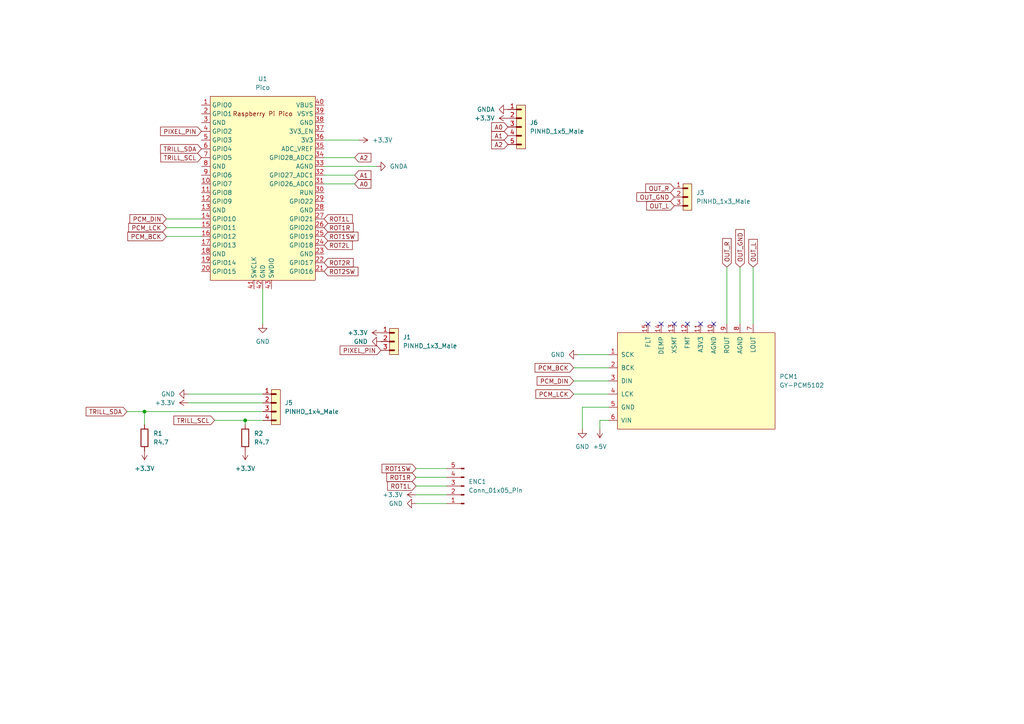
<source format=kicad_sch>
(kicad_sch (version 20231120) (generator "eeschema") (generator_version "8.0")
  (paper "A4")
  (lib_symbols
    (symbol "Connector:Conn_01x05_Pin" (pin_names (offset 1.016) hide)
      (property "Reference" "J" (at 0 7.62 0))
      (property "Value" "Conn_01x05_Pin" (at 0 -7.62 0))
      (symbol "Conn_01x05_Pin_1_1"
        (polyline (pts (xy 1.27 -5.08) (xy 0.8636 -5.08)) (stroke (width 0.1524)))
        (polyline (pts (xy 1.27 -2.54) (xy 0.8636 -2.54)) (stroke (width 0.1524)))
        (polyline (pts (xy 1.27 0) (xy 0.8636 0)) (stroke (width 0.1524)))
        (polyline (pts (xy 1.27 2.54) (xy 0.8636 2.54)) (stroke (width 0.1524)))
        (polyline (pts (xy 1.27 5.08) (xy 0.8636 5.08)) (stroke (width 0.1524)))
        (rectangle (start 0.8636 -4.953) (end 0 -5.207) (stroke (width 0.1524)) (fill (type outline)))
        (rectangle (start 0.8636 -2.413) (end 0 -2.667) (stroke (width 0.1524)) (fill (type outline)))
        (rectangle (start 0.8636 0.127) (end 0 -0.127) (stroke (width 0.1524)) (fill (type outline)))
        (rectangle (start 0.8636 2.667) (end 0 2.413) (stroke (width 0.1524)) (fill (type outline)))
        (rectangle (start 0.8636 5.207) (end 0 4.953) (stroke (width 0.1524)) (fill (type outline)))
        (pin passive line (at 5.08 5.08 180) (length 3.81) (name "Pin_1") (number "1"))
        (pin passive line (at 5.08 2.54 180) (length 3.81) (name "Pin_2") (number "2"))
        (pin passive line (at 5.08 0 180) (length 3.81) (name "Pin_3") (number "3"))
        (pin passive line (at 5.08 -2.54 180) (length 3.81) (name "Pin_4") (number "4"))
        (pin passive line (at 5.08 -5.08 180) (length 3.81) (name "Pin_5") (number "5"))
      )
    )
    (symbol "MCU_RaspberryPi_and_Boards:Pico"
      (property "Reference" "U" (at -13.97 27.94 0))
      (property "Value" "Pico" (at 0 19.05 0))
      (symbol "Pico_0_0"
        (text "Raspberry Pi Pico" (at 0 21.59 0) (effects (font (size 1.27 1.27))))
      )
      (symbol "Pico_0_1"
        (rectangle (start -15.24 26.67) (end 15.24 -26.67) (fill (type background)))
      )
      (symbol "Pico_1_1"
        (pin bidirectional line (at -17.78 24.13 0) (length 2.54) (name "GPIO0") (number "1"))
        (pin bidirectional line (at -17.78 1.27 0) (length 2.54) (name "GPIO7") (number "10"))
        (pin bidirectional line (at -17.78 -1.27 0) (length 2.54) (name "GPIO8") (number "11"))
        (pin bidirectional line (at -17.78 -3.81 0) (length 2.54) (name "GPIO9") (number "12"))
        (pin power_in line (at -17.78 -6.35 0) (length 2.54) (name "GND") (number "13"))
        (pin bidirectional line (at -17.78 -8.89 0) (length 2.54) (name "GPIO10") (number "14"))
        (pin bidirectional line (at -17.78 -11.43 0) (length 2.54) (name "GPIO11") (number "15"))
        (pin bidirectional line (at -17.78 -13.97 0) (length 2.54) (name "GPIO12") (number "16"))
        (pin bidirectional line (at -17.78 -16.51 0) (length 2.54) (name "GPIO13") (number "17"))
        (pin power_in line (at -17.78 -19.05 0) (length 2.54) (name "GND") (number "18"))
        (pin bidirectional line (at -17.78 -21.59 0) (length 2.54) (name "GPIO14") (number "19"))
        (pin bidirectional line (at -17.78 21.59 0) (length 2.54) (name "GPIO1") (number "2"))
        (pin bidirectional line (at -17.78 -24.13 0) (length 2.54) (name "GPIO15") (number "20"))
        (pin bidirectional line (at 17.78 -24.13 180) (length 2.54) (name "GPIO16") (number "21"))
        (pin bidirectional line (at 17.78 -21.59 180) (length 2.54) (name "GPIO17") (number "22"))
        (pin power_in line (at 17.78 -19.05 180) (length 2.54) (name "GND") (number "23"))
        (pin bidirectional line (at 17.78 -16.51 180) (length 2.54) (name "GPIO18") (number "24"))
        (pin bidirectional line (at 17.78 -13.97 180) (length 2.54) (name "GPIO19") (number "25"))
        (pin bidirectional line (at 17.78 -11.43 180) (length 2.54) (name "GPIO20") (number "26"))
        (pin bidirectional line (at 17.78 -8.89 180) (length 2.54) (name "GPIO21") (number "27"))
        (pin power_in line (at 17.78 -6.35 180) (length 2.54) (name "GND") (number "28"))
        (pin bidirectional line (at 17.78 -3.81 180) (length 2.54) (name "GPIO22") (number "29"))
        (pin power_in line (at -17.78 19.05 0) (length 2.54) (name "GND") (number "3"))
        (pin input line (at 17.78 -1.27 180) (length 2.54) (name "RUN") (number "30"))
        (pin bidirectional line (at 17.78 1.27 180) (length 2.54) (name "GPIO26_ADC0") (number "31"))
        (pin bidirectional line (at 17.78 3.81 180) (length 2.54) (name "GPIO27_ADC1") (number "32"))
        (pin power_in line (at 17.78 6.35 180) (length 2.54) (name "AGND") (number "33"))
        (pin bidirectional line (at 17.78 8.89 180) (length 2.54) (name "GPIO28_ADC2") (number "34"))
        (pin power_in line (at 17.78 11.43 180) (length 2.54) (name "ADC_VREF") (number "35"))
        (pin power_in line (at 17.78 13.97 180) (length 2.54) (name "3V3") (number "36"))
        (pin input line (at 17.78 16.51 180) (length 2.54) (name "3V3_EN") (number "37"))
        (pin bidirectional line (at 17.78 19.05 180) (length 2.54) (name "GND") (number "38"))
        (pin power_in line (at 17.78 21.59 180) (length 2.54) (name "VSYS") (number "39"))
        (pin bidirectional line (at -17.78 16.51 0) (length 2.54) (name "GPIO2") (number "4"))
        (pin power_in line (at 17.78 24.13 180) (length 2.54) (name "VBUS") (number "40"))
        (pin input line (at -2.54 -29.21 90) (length 2.54) (name "SWCLK") (number "41"))
        (pin power_in line (at 0 -29.21 90) (length 2.54) (name "GND") (number "42"))
        (pin bidirectional line (at 2.54 -29.21 90) (length 2.54) (name "SWDIO") (number "43"))
        (pin bidirectional line (at -17.78 13.97 0) (length 2.54) (name "GPIO3") (number "5"))
        (pin bidirectional line (at -17.78 11.43 0) (length 2.54) (name "GPIO4") (number "6"))
        (pin bidirectional line (at -17.78 8.89 0) (length 2.54) (name "GPIO5") (number "7"))
        (pin power_in line (at -17.78 6.35 0) (length 2.54) (name "GND") (number "8"))
        (pin bidirectional line (at -17.78 3.81 0) (length 2.54) (name "GPIO6") (number "9"))
      )
    )
    (symbol "PCM_Resistor_AKL:R_DIN0204_P7.62mm" (pin_numbers hide) (pin_names (offset 0))
      (property "Reference" "R" (at 2.54 1.27 0))
      (property "Value" "R_DIN0204_P7.62mm" (at 2.54 -1.27 0))
      (symbol "R_DIN0204_P7.62mm_0_1"
        (rectangle (start -1.016 2.54) (end 1.016 -2.54) (stroke (width 0.254)))
      )
      (symbol "R_DIN0204_P7.62mm_0_2"
        (polyline (pts (xy -2.54 -2.54) (xy -1.524 -1.524)))
        (polyline (pts (xy 1.524 1.524) (xy 2.54 2.54)))
        (polyline (pts (xy 1.524 1.524) (xy 0.889 2.159) (xy -2.159 -0.889) (xy -0.889 -2.159) (xy 2.159 0.889) (xy 1.524 1.524)) (stroke (width 0.254)))
      )
      (symbol "R_DIN0204_P7.62mm_1_1"
        (pin passive line (at 0 3.81 270) (length 1.27) (name "~") (number "1"))
        (pin passive line (at 0 -3.81 90) (length 1.27) (name "~") (number "2"))
      )
      (symbol "R_DIN0204_P7.62mm_1_2"
        (pin passive line (at 2.54 2.54 180) (length 0) (name "") (number "1"))
        (pin passive line (at -2.54 -2.54 0) (length 0) (name "") (number "2"))
      )
    )
    (symbol "PCM_SL_Pin_Headers:PINHD_1x3_Male"
      (property "Reference" "J" (at 0 7.62 0))
      (property "Value" "PINHD_1x3_Male" (at 0 5.08 0))
      (symbol "PINHD_1x3_Male_0_1"
        (rectangle (start -1.27 3.81) (end 1.27 -3.81) (fill (type background)))
        (polyline (pts (xy -1.27 -2.54) (xy 0 -2.54)) (stroke (width 0.3)))
        (polyline (pts (xy -1.27 -2.54) (xy 0 -2.54)) (stroke (width 0.5)))
        (polyline (pts (xy -1.27 0) (xy 0 0)) (stroke (width 0.3)))
        (polyline (pts (xy -1.27 0) (xy 0 0)) (stroke (width 0.5)))
        (polyline (pts (xy -1.27 2.54) (xy 0 2.54)) (stroke (width 0.3)))
        (polyline (pts (xy -1.27 2.54) (xy 0 2.54)) (stroke (width 0.5)))
      )
      (symbol "PINHD_1x3_Male_1_1"
        (pin passive line (at -3.81 2.54 0) (length 2.54) (name "") (number "1"))
        (pin passive line (at -3.81 0 0) (length 2.54) (name "") (number "2"))
        (pin passive line (at -3.81 -2.54 0) (length 2.54) (name "") (number "3"))
      )
    )
    (symbol "PCM_SL_Pin_Headers:PINHD_1x4_Male"
      (property "Reference" "J" (at 0 8.89 0))
      (property "Value" "PINHD_1x4_Male" (at 0 6.35 0))
      (symbol "PINHD_1x4_Male_0_1"
        (rectangle (start -1.27 5.08) (end 1.27 -5.08) (fill (type background)))
        (polyline (pts (xy -1.27 -3.81) (xy 0 -3.81)) (stroke (width 0.3)))
        (polyline (pts (xy -1.27 -3.81) (xy 0 -3.81)) (stroke (width 0.5)))
        (polyline (pts (xy -1.27 -1.27) (xy 0 -1.27)) (stroke (width 0.3)))
        (polyline (pts (xy -1.27 -1.27) (xy 0 -1.27)) (stroke (width 0.5)))
        (polyline (pts (xy -1.27 1.27) (xy 0 1.27)) (stroke (width 0.3)))
        (polyline (pts (xy -1.27 1.27) (xy 0 1.27)) (stroke (width 0.5)))
        (polyline (pts (xy -1.27 3.81) (xy 0 3.81)) (stroke (width 0.3)))
        (polyline (pts (xy -1.27 3.81) (xy 0 3.81)) (stroke (width 0.5)))
      )
      (symbol "PINHD_1x4_Male_1_1"
        (pin passive line (at -3.81 3.81 0) (length 2.54) (name "") (number "1"))
        (pin passive line (at -3.81 1.27 0) (length 2.54) (name "") (number "2"))
        (pin passive line (at -3.81 -1.27 0) (length 2.54) (name "") (number "3"))
        (pin passive line (at -3.81 -3.81 0) (length 2.54) (name "") (number "4"))
      )
    )
    (symbol "PCM_SL_Pin_Headers:PINHD_1x5_Male"
      (property "Reference" "J" (at 0 10.16 0))
      (property "Value" "PINHD_1x5_Male" (at 0 7.62 0))
      (symbol "PINHD_1x5_Male_0_1"
        (rectangle (start -1.27 6.35) (end 1.27 -6.35) (fill (type background)))
        (polyline (pts (xy -1.27 -5.08) (xy 0 -5.08)) (stroke (width 0.3)))
        (polyline (pts (xy -1.27 -5.08) (xy 0 -5.08)) (stroke (width 0.5)))
        (polyline (pts (xy -1.27 -2.54) (xy 0 -2.54)) (stroke (width 0.3)))
        (polyline (pts (xy -1.27 -2.54) (xy 0 -2.54)) (stroke (width 0.5)))
        (polyline (pts (xy -1.27 0) (xy 0 0)) (stroke (width 0.3)))
        (polyline (pts (xy -1.27 0) (xy 0 0)) (stroke (width 0.5)))
        (polyline (pts (xy -1.27 2.54) (xy 0 2.54)) (stroke (width 0.3)))
        (polyline (pts (xy -1.27 2.54) (xy 0 2.54)) (stroke (width 0.5)))
        (polyline (pts (xy -1.27 5.08) (xy 0 5.08)) (stroke (width 0.3)))
        (polyline (pts (xy -1.27 5.08) (xy 0 5.08)) (stroke (width 0.5)))
      )
      (symbol "PINHD_1x5_Male_1_1"
        (pin passive line (at -3.81 5.08 0) (length 2.54) (name "") (number "1"))
        (pin passive line (at -3.81 2.54 0) (length 2.54) (name "") (number "2"))
        (pin passive line (at -3.81 0 0) (length 2.54) (name "") (number "3"))
        (pin passive line (at -3.81 -2.54 0) (length 2.54) (name "") (number "4"))
        (pin passive line (at -3.81 -5.08 0) (length 2.54) (name "") (number "5"))
      )
    )
    (symbol "gy-pcm5102:GY-PCM5102" (pin_names (offset 1.016))
      (property "Reference" "A" (at -21.59 15.24 0))
      (property "Value" "GY-PCM5102" (at 3.81 -5.08 0))
      (symbol "GY-PCM5102_0_1"
        (rectangle (start -22.86 13.97) (end 22.86 -13.97) (fill (type background)))
      )
      (symbol "GY-PCM5102_1_1"
        (pin input line (at -25.4 7.62 0) (length 2.54) (name "SCK") (number "1"))
        (pin passive line (at 5.08 16.51 270) (length 2.54) (name "AGND") (number "10"))
        (pin power_out line (at 1.27 16.51 270) (length 2.54) (name "A3V3") (number "11"))
        (pin input line (at -2.54 16.51 270) (length 2.54) (name "FMT") (number "12"))
        (pin input line (at -6.35 16.51 270) (length 2.54) (name "XSMT") (number "13"))
        (pin input line (at -10.16 16.51 270) (length 2.54) (name "DEMP") (number "14"))
        (pin input line (at -13.97 16.51 270) (length 2.54) (name "FLT") (number "15"))
        (pin input line (at -25.4 3.81 0) (length 2.54) (name "BCK") (number "2"))
        (pin input line (at -25.4 0 0) (length 2.54) (name "DIN") (number "3"))
        (pin input line (at -25.4 -3.81 0) (length 2.54) (name "LCK") (number "4"))
        (pin power_in line (at -25.4 -7.62 0) (length 2.54) (name "GND") (number "5"))
        (pin power_in line (at -25.4 -11.43 0) (length 2.54) (name "VIN") (number "6"))
        (pin output line (at 16.51 16.51 270) (length 2.54) (name "LOUT") (number "7"))
        (pin passive line (at 12.7 16.51 270) (length 2.54) (name "AGND") (number "8"))
        (pin output line (at 8.89 16.51 270) (length 2.54) (name "ROUT") (number "9"))
      )
    )
    (symbol "power:+3.3V" (power) (pin_names (offset 0))
      (property "Value" "+3.3V" (at 0 3.556 0))
      (symbol "+3.3V_0_1"
        (polyline (pts (xy -0.762 1.27) (xy 0 2.54)))
        (polyline (pts (xy 0 0) (xy 0 2.54)))
        (polyline (pts (xy 0 2.54) (xy 0.762 1.27)))
      )
      (symbol "+3.3V_1_1"
        (pin power_in line (at 0 0 90) (length 0) hide (name "+3.3V") (number "1"))
      )
    )
    (symbol "power:+5V" (power) (pin_names (offset 0))
      (property "Value" "+5V" (at 0 3.556 0))
      (symbol "+5V_0_1"
        (polyline (pts (xy -0.762 1.27) (xy 0 2.54)))
        (polyline (pts (xy 0 0) (xy 0 2.54)))
        (polyline (pts (xy 0 2.54) (xy 0.762 1.27)))
      )
      (symbol "+5V_1_1"
        (pin power_in line (at 0 0 90) (length 0) hide (name "+5V") (number "1"))
      )
    )
    (symbol "power:GND" (power) (pin_names (offset 0))
      (property "Value" "GND" (at 0 -3.81 0))
      (symbol "GND_0_1"
        (polyline (pts (xy 0 0) (xy 0 -1.27) (xy 1.27 -1.27) (xy 0 -2.54) (xy -1.27 -1.27) (xy 0 -1.27)))
      )
      (symbol "GND_1_1"
        (pin power_in line (at 0 0 270) (length 0) hide (name "GND") (number "1"))
      )
    )
    (symbol "power:GNDA" (power) (pin_names (offset 0))
      (property "Value" "GNDA" (at 0 -3.81 0))
      (symbol "GNDA_0_1"
        (polyline (pts (xy 0 0) (xy 0 -1.27) (xy 1.27 -1.27) (xy 0 -2.54) (xy -1.27 -1.27) (xy 0 -1.27)))
      )
      (symbol "GNDA_1_1"
        (pin power_in line (at 0 0 270) (length 0) hide (name "GNDA") (number "1"))
      )
    )
  )
  (junction (at 41.91 119.38))
  (junction (at 71.12 121.92))
  (no_connect (at 195.58 93.98))
  (no_connect (at 199.39 93.98))
  (no_connect (at 187.96 93.98))
  (no_connect (at 191.77 93.98))
  (no_connect (at 203.2 93.98))
  (no_connect (at 207.01 93.98))
  (wire (pts (xy 41.91 119.38) (xy 76.2 119.38)))
  (wire (pts (xy 71.12 121.92) (xy 76.2 121.92)))
  (wire (pts (xy 120.65 143.51) (xy 129.54 143.51)))
  (wire (pts (xy 93.98 50.8) (xy 102.87 50.8)))
  (wire (pts (xy 214.63 77.47) (xy 214.63 93.98)))
  (wire (pts (xy 36.83 119.38) (xy 41.91 119.38)))
  (wire (pts (xy 166.37 106.68) (xy 176.53 106.68)))
  (wire (pts (xy 166.37 114.3) (xy 176.53 114.3)))
  (wire (pts (xy 93.98 48.26) (xy 109.22 48.26)))
  (wire (pts (xy 173.99 121.92) (xy 173.99 124.46)))
  (wire (pts (xy 41.91 119.38) (xy 41.91 123.19)))
  (wire (pts (xy 166.37 110.49) (xy 176.53 110.49)))
  (wire (pts (xy 176.53 121.92) (xy 173.99 121.92)))
  (wire (pts (xy 168.91 118.11) (xy 176.53 118.11)))
  (wire (pts (xy 93.98 40.64) (xy 104.14 40.64)))
  (wire (pts (xy 120.65 140.97) (xy 129.54 140.97)))
  (wire (pts (xy 76.2 114.3) (xy 54.61 114.3)))
  (wire (pts (xy 76.2 83.82) (xy 76.2 93.98)))
  (wire (pts (xy 48.26 68.58) (xy 58.42 68.58)))
  (wire (pts (xy 62.23 121.92) (xy 71.12 121.92)))
  (wire (pts (xy 48.26 66.04) (xy 58.42 66.04)))
  (wire (pts (xy 120.65 146.05) (xy 129.54 146.05)))
  (wire (pts (xy 218.44 77.47) (xy 218.44 93.98)))
  (wire (pts (xy 71.12 121.92) (xy 71.12 123.19)))
  (wire (pts (xy 210.82 77.47) (xy 210.82 93.98)))
  (wire (pts (xy 76.2 116.84) (xy 54.61 116.84)))
  (wire (pts (xy 168.91 124.46) (xy 168.91 118.11)))
  (wire (pts (xy 120.65 138.43) (xy 129.54 138.43)))
  (wire (pts (xy 93.98 45.72) (xy 102.87 45.72)))
  (wire (pts (xy 167.64 102.87) (xy 176.53 102.87)))
  (wire (pts (xy 93.98 53.34) (xy 102.87 53.34)))
  (wire (pts (xy 48.26 63.5) (xy 58.42 63.5)))
  (wire (pts (xy 120.65 135.89) (xy 129.54 135.89)))
  (global_label "OUT_GND" (shape input) (at 214.63 77.47 90) (property "Intersheetrefs" "${INTERSHEET_REFS}" (effects (hide yes))))
  (global_label "TRILL_SDA" (shape input) (at 58.42 43.18 180) (property "Intersheetrefs" "${INTERSHEET_REFS}" (effects (hide yes))))
  (global_label "A2" (shape input) (at 102.87 45.72 0) (property "Intersheetrefs" "${INTERSHEET_REFS}" (effects (hide yes))))
  (global_label "ROT2R" (shape input) (at 93.98 76.2 0) (property "Intersheetrefs" "${INTERSHEET_REFS}" (effects (hide yes))))
  (global_label "A0" (shape input) (at 102.87 53.34 0) (property "Intersheetrefs" "${INTERSHEET_REFS}" (effects (hide yes))))
  (global_label "TRILL_SDA" (shape input) (at 36.83 119.38 180) (property "Intersheetrefs" "${INTERSHEET_REFS}" (effects (hide yes))))
  (global_label "A1" (shape input) (at 147.32 39.37 180) (property "Intersheetrefs" "${INTERSHEET_REFS}" (effects (hide yes))))
  (global_label "OUT_L" (shape input) (at 218.44 77.47 90) (property "Intersheetrefs" "${INTERSHEET_REFS}" (effects (hide yes))))
  (global_label "A2" (shape input) (at 147.32 41.91 180) (property "Intersheetrefs" "${INTERSHEET_REFS}" (effects (hide yes))))
  (global_label "PCM_DIN" (shape input) (at 166.37 110.49 180) (property "Intersheetrefs" "${INTERSHEET_REFS}" (effects (hide yes))))
  (global_label "A1" (shape input) (at 102.87 50.8 0) (property "Intersheetrefs" "${INTERSHEET_REFS}" (effects (hide yes))))
  (global_label "ROT1R" (shape input) (at 120.65 138.43 180) (property "Intersheetrefs" "${INTERSHEET_REFS}" (effects (hide yes))))
  (global_label "OUT_L" (shape input) (at 195.58 59.69 180) (property "Intersheetrefs" "${INTERSHEET_REFS}" (effects (hide yes))))
  (global_label "ROT1R" (shape input) (at 93.98 66.04 0) (property "Intersheetrefs" "${INTERSHEET_REFS}" (effects (hide yes))))
  (global_label "PCM_BCK" (shape input) (at 166.37 106.68 180) (property "Intersheetrefs" "${INTERSHEET_REFS}" (effects (hide yes))))
  (global_label "ROT1SW" (shape input) (at 93.98 68.58 0) (property "Intersheetrefs" "${INTERSHEET_REFS}" (effects (hide yes))))
  (global_label "OUT_GND" (shape input) (at 195.58 57.15 180) (property "Intersheetrefs" "${INTERSHEET_REFS}" (effects (hide yes))))
  (global_label "PCM_BCK" (shape input) (at 48.26 68.58 180) (property "Intersheetrefs" "${INTERSHEET_REFS}" (effects (hide yes))))
  (global_label "PCM_LCK" (shape input) (at 166.37 114.3 180) (property "Intersheetrefs" "${INTERSHEET_REFS}" (effects (hide yes))))
  (global_label "ROT1SW" (shape input) (at 120.65 135.89 180) (property "Intersheetrefs" "${INTERSHEET_REFS}" (effects (hide yes))))
  (global_label "PIXEL_PIN" (shape input) (at 58.42 38.1 180) (property "Intersheetrefs" "${INTERSHEET_REFS}" (effects (hide yes))))
  (global_label "ROT2L" (shape input) (at 93.98 71.12 0) (property "Intersheetrefs" "${INTERSHEET_REFS}" (effects (hide yes))))
  (global_label "OUT_R" (shape input) (at 210.82 77.47 90) (property "Intersheetrefs" "${INTERSHEET_REFS}" (effects (hide yes))))
  (global_label "PCM_DIN" (shape input) (at 48.26 63.5 180) (property "Intersheetrefs" "${INTERSHEET_REFS}" (effects (hide yes))))
  (global_label "ROT1L" (shape input) (at 93.98 63.5 0) (property "Intersheetrefs" "${INTERSHEET_REFS}" (effects (hide yes))))
  (global_label "TRILL_SCL" (shape input) (at 62.23 121.92 180) (property "Intersheetrefs" "${INTERSHEET_REFS}" (effects (hide yes))))
  (global_label "ROT2SW" (shape input) (at 93.98 78.74 0) (property "Intersheetrefs" "${INTERSHEET_REFS}" (effects (hide yes))))
  (global_label "ROT1L" (shape input) (at 120.65 140.97 180) (property "Intersheetrefs" "${INTERSHEET_REFS}" (effects (hide yes))))
  (global_label "PCM_LCK" (shape input) (at 48.26 66.04 180) (property "Intersheetrefs" "${INTERSHEET_REFS}" (effects (hide yes))))
  (global_label "PIXEL_PIN" (shape input) (at 110.49 101.6 180) (property "Intersheetrefs" "${INTERSHEET_REFS}" (effects (hide yes))))
  (global_label "TRILL_SCL" (shape input) (at 58.42 45.72 180) (property "Intersheetrefs" "${INTERSHEET_REFS}" (effects (hide yes))))
  (global_label "OUT_R" (shape input) (at 195.58 54.61 180) (property "Intersheetrefs" "${INTERSHEET_REFS}" (effects (hide yes))))
  (global_label "A0" (shape input) (at 147.32 36.83 180) (property "Intersheetrefs" "${INTERSHEET_REFS}" (effects (hide yes))))
  (symbol (lib_id "power:+3.3V") (at 120.65 143.51 90) (unit 1)
    (property "Reference" "#PWR015" (effects (hide yes)))
    (property "Value" "+3.3V" (at 116.84 143.5099 90) (effects (justify left)))
    (property "Description" "Power symbol creates a global label with name \"+3.3V\"" (effects (hide yes)))
  )
  (symbol (lib_id "power:GND") (at 76.2 93.98 0) (unit 1)
    (property "Reference" "#PWR01" (effects (hide yes)))
    (property "Value" "GND" (at 76.2 99.06 0))
    (property "Description" "Power symbol creates a global label with name \"GND\" , ground" (effects (hide yes)))
  )
  (symbol (lib_id "PCM_Resistor_AKL:R_DIN0204_P7.62mm") (at 71.12 127 0) (unit 1)
    (property "Reference" "R2" (at 73.66 125.7299 0) (effects (justify left)))
    (property "Value" "R4.7" (at 73.66 128.2699 0) (effects (justify left)))
    (property "Footprint" "Resistor_THT:R_Axial_DIN0207_L6.3mm_D2.5mm_P7.62mm_Horizontal" (effects (hide yes)))
    (property "Description" "THT 0204 Resistor, 7.62mm Pin Pitch, European Symbol, Alternate KiCad Library" (effects (hide yes)))
  )
  (symbol (lib_id "PCM_SL_Pin_Headers:PINHD_1x4_Male") (at 80.01 118.11 0) (unit 1)
    (property "Reference" "J5" (at 82.55 116.8399 0) (effects (justify left)))
    (property "Value" "PINHD_1x4_Male" (at 82.55 119.3799 0) (effects (justify left)))
    (property "Footprint" "Connector_PinHeader_2.54mm:PinHeader_1x04_P2.54mm_Vertical" (effects (hide yes)))
    (property "Description" "Pin Header male with pin space 2.54mm. Pin Count -4" (effects (hide yes)))
  )
  (symbol (lib_id "power:+3.3V") (at 147.32 34.29 90) (unit 1)
    (property "Reference" "#PWR014" (effects (hide yes)))
    (property "Value" "+3.3V" (at 143.51 34.2899 90) (effects (justify left)))
    (property "Description" "Power symbol creates a global label with name \"+3.3V\"" (effects (hide yes)))
  )
  (symbol (lib_id "power:+3.3V") (at 110.49 96.52 90) (unit 1)
    (property "Reference" "#PWR012" (effects (hide yes)))
    (property "Value" "+3.3V" (at 106.68 96.5199 90) (effects (justify left)))
    (property "Description" "Power symbol creates a global label with name \"+3.3V\"" (effects (hide yes)))
  )
  (symbol (lib_id "PCM_Resistor_AKL:R_DIN0204_P7.62mm") (at 41.91 127 0) (unit 1)
    (property "Reference" "R1" (at 44.45 125.7299 0) (effects (justify left)))
    (property "Value" "R4.7" (at 44.45 128.2699 0) (effects (justify left)))
    (property "Footprint" "Resistor_THT:R_Axial_DIN0207_L6.3mm_D2.5mm_P7.62mm_Horizontal" (effects (hide yes)))
    (property "Description" "THT 0204 Resistor, 7.62mm Pin Pitch, European Symbol, Alternate KiCad Library" (effects (hide yes)))
  )
  (symbol (lib_id "power:GND") (at 167.64 102.87 270) (unit 1)
    (property "Reference" "#PWR02" (effects (hide yes)))
    (property "Value" "GND" (at 163.83 102.87 90) (effects (justify right)))
  )
  (symbol (lib_id "power:+3.3V") (at 41.91 130.81 180) (unit 1)
    (property "Reference" "#PWR09" (effects (hide yes)))
    (property "Value" "+3.3V" (at 41.91 135.89 0))
    (property "Description" "Power symbol creates a global label with name \"+3.3V\"" (effects (hide yes)))
  )
  (symbol (lib_id "power:GND") (at 110.49 99.06 270) (unit 1)
    (property "Reference" "#PWR011" (effects (hide yes)))
    (property "Value" "GND" (at 106.68 99.0599 90) (effects (justify right)))
    (property "Description" "Power symbol creates a global label with name \"GND\" , ground" (effects (hide yes)))
  )
  (symbol (lib_id "MCU_RaspberryPi_and_Boards:Pico") (at 76.2 54.61 0) (unit 1)
    (property "Reference" "U1" (at 76.2 22.86 0))
    (property "Value" "Pico" (at 76.2 25.4 0))
    (property "Footprint" "RP-Pico Libraries:RPi_Pico_SMD_TH" (effects (hide yes)))
  )
  (symbol (lib_id "Connector:Conn_01x05_Pin") (at 134.62 140.97 180) (unit 1)
    (property "Reference" "ENC1" (at 135.89 139.6999 0) (effects (justify right)))
    (property "Value" "Conn_01x05_Pin" (at 135.89 142.2399 0) (effects (justify right)))
    (property "Footprint" "Connector_JST:JST_EH_B5B-EH-A_1x05_P2.50mm_Vertical" (effects (hide yes)))
    (property "Description" "Generic connector, single row, 01x05, script generated" (effects (hide yes)))
  )
  (symbol (lib_id "power:+5V") (at 173.99 124.46 180) (unit 1)
    (property "Reference" "#PWR06" (effects (hide yes)))
    (property "Value" "+5V" (at 173.99 129.54 0))
  )
  (symbol (lib_id "power:GND") (at 120.65 146.05 270) (unit 1)
    (property "Reference" "#PWR016" (effects (hide yes)))
    (property "Value" "GND" (at 116.84 146.0499 90) (effects (justify right)))
    (property "Description" "Power symbol creates a global label with name \"GND\" , ground" (effects (hide yes)))
  )
  (symbol (lib_id "power:+3.3V") (at 54.61 116.84 90) (unit 1)
    (property "Reference" "#PWR08" (effects (hide yes)))
    (property "Value" "+3.3V" (at 50.8 116.8399 90) (effects (justify left)))
    (property "Description" "Power symbol creates a global label with name \"+3.3V\"" (effects (hide yes)))
  )
  (symbol (lib_id "power:+3.3V") (at 71.12 130.81 180) (unit 1)
    (property "Reference" "#PWR010" (effects (hide yes)))
    (property "Value" "+3.3V" (at 71.12 135.89 0))
    (property "Description" "Power symbol creates a global label with name \"+3.3V\"" (effects (hide yes)))
  )
  (symbol (lib_id "power:GND") (at 168.91 124.46 0) (unit 1)
    (property "Reference" "#PWR03" (effects (hide yes)))
    (property "Value" "GND" (at 168.91 129.54 0))
  )
  (symbol (lib_id "power:+3.3V") (at 104.14 40.64 270) (unit 1)
    (property "Reference" "#PWR05" (effects (hide yes)))
    (property "Value" "+3.3V" (at 107.95 40.6399 90) (effects (justify left)))
    (property "Description" "Power symbol creates a global label with name \"+3.3V\"" (effects (hide yes)))
  )
  (symbol (lib_id "power:GND") (at 54.61 114.3 270) (unit 1)
    (property "Reference" "#PWR07" (effects (hide yes)))
    (property "Value" "GND" (at 50.8 114.2999 90) (effects (justify right)))
    (property "Description" "Power symbol creates a global label with name \"GND\" , ground" (effects (hide yes)))
  )
  (symbol (lib_id "gy-pcm5102:GY-PCM5102") (at 201.93 110.49 0) (unit 1)
    (property "Reference" "PCM1" (at 226.06 109.22 0) (effects (justify left)))
    (property "Value" "GY-PCM5102" (at 226.06 111.76 0) (effects (justify left)))
    (property "Footprint" "clumsyMIDI:GY-PCM5102" (effects (hide yes)))
  )
  (symbol (lib_id "PCM_SL_Pin_Headers:PINHD_1x3_Male") (at 114.3 99.06 0) (unit 1)
    (property "Reference" "J1" (at 116.84 97.7899 0) (effects (justify left)))
    (property "Value" "PINHD_1x3_Male" (at 116.84 100.3299 0) (effects (justify left)))
    (property "Footprint" "Connector_JST:JST_EH_B3B-EH-A_1x03_P2.50mm_Vertical" (effects (hide yes)))
    (property "Description" "Pin Header male with pin space 2.54mm. Pin Count -3" (effects (hide yes)))
  )
  (symbol (lib_id "power:GNDA") (at 147.32 31.75 270) (unit 1)
    (property "Reference" "#PWR013" (effects (hide yes)))
    (property "Value" "GNDA" (at 143.51 31.7499 90) (effects (justify right)))
    (property "Description" "Power symbol creates a global label with name \"GNDA\" , analog ground" (effects (hide yes)))
  )
  (symbol (lib_id "PCM_SL_Pin_Headers:PINHD_1x3_Male") (at 199.39 57.15 0) (unit 1)
    (property "Reference" "J3" (at 201.93 55.88 0) (effects (justify left)))
    (property "Value" "PINHD_1x3_Male" (at 201.93 58.42 0) (effects (justify left)))
    (property "Footprint" "Connector_JST:JST_EH_B3B-EH-A_1x03_P2.50mm_Vertical" (effects (hide yes)))
  )
  (symbol (lib_id "power:GNDA") (at 109.22 48.26 90) (unit 1)
    (property "Reference" "#PWR04" (effects (hide yes)))
    (property "Value" "GNDA" (at 113.03 48.2599 90) (effects (justify right)))
    (property "Description" "Power symbol creates a global label with name \"GNDA\" , analog ground" (effects (hide yes)))
  )
  (symbol (lib_id "PCM_SL_Pin_Headers:PINHD_1x5_Male") (at 151.13 36.83 0) (unit 1)
    (property "Reference" "J6" (at 153.67 35.5599 0) (effects (justify left)))
    (property "Value" "PINHD_1x5_Male" (at 153.67 38.0999 0) (effects (justify left)))
    (property "Footprint" "Connector_JST:JST_EH_B5B-EH-A_1x05_P2.50mm_Vertical" (effects (hide yes)))
    (property "Description" "Pin Header male with pin space 2.54mm. Pin Count -5" (effects (hide yes)))
  )
)
</source>
